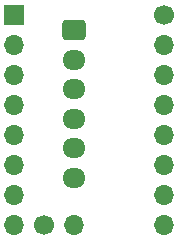
<source format=gbr>
%TF.GenerationSoftware,KiCad,Pcbnew,8.0.1*%
%TF.CreationDate,2024-05-19T22:49:14-04:00*%
%TF.ProjectId,stepstick-breakout,73746570-7374-4696-936b-2d627265616b,rev?*%
%TF.SameCoordinates,Original*%
%TF.FileFunction,Soldermask,Top*%
%TF.FilePolarity,Negative*%
%FSLAX46Y46*%
G04 Gerber Fmt 4.6, Leading zero omitted, Abs format (unit mm)*
G04 Created by KiCad (PCBNEW 8.0.1) date 2024-05-19 22:49:14*
%MOMM*%
%LPD*%
G01*
G04 APERTURE LIST*
G04 Aperture macros list*
%AMRoundRect*
0 Rectangle with rounded corners*
0 $1 Rounding radius*
0 $2 $3 $4 $5 $6 $7 $8 $9 X,Y pos of 4 corners*
0 Add a 4 corners polygon primitive as box body*
4,1,4,$2,$3,$4,$5,$6,$7,$8,$9,$2,$3,0*
0 Add four circle primitives for the rounded corners*
1,1,$1+$1,$2,$3*
1,1,$1+$1,$4,$5*
1,1,$1+$1,$6,$7*
1,1,$1+$1,$8,$9*
0 Add four rect primitives between the rounded corners*
20,1,$1+$1,$2,$3,$4,$5,0*
20,1,$1+$1,$4,$5,$6,$7,0*
20,1,$1+$1,$6,$7,$8,$9,0*
20,1,$1+$1,$8,$9,$2,$3,0*%
G04 Aperture macros list end*
%ADD10RoundRect,0.250000X-0.725000X0.600000X-0.725000X-0.600000X0.725000X-0.600000X0.725000X0.600000X0*%
%ADD11O,1.950000X1.700000*%
%ADD12C,1.700000*%
%ADD13O,1.700000X1.700000*%
%ADD14R,1.700000X1.700000*%
G04 APERTURE END LIST*
D10*
%TO.C,J3*%
X107950000Y-60960000D03*
D11*
X107950000Y-63460000D03*
X107950000Y-65960000D03*
X107950000Y-68460000D03*
X107950000Y-70960000D03*
X107950000Y-73460000D03*
%TD*%
D12*
%TO.C,J4*%
X105410000Y-77470000D03*
D13*
X107950000Y-77470000D03*
%TD*%
%TO.C,J2*%
X102870000Y-77470000D03*
X102870000Y-74930000D03*
X102870000Y-72390000D03*
X102870000Y-69850000D03*
X102870000Y-67310000D03*
X102870000Y-64770000D03*
X102870000Y-62230000D03*
D14*
X102870000Y-59690000D03*
%TD*%
D13*
%TO.C,J1*%
X115570000Y-77470000D03*
X115570000Y-74930000D03*
X115570000Y-72390000D03*
X115570000Y-69850000D03*
X115570000Y-67310000D03*
X115570000Y-64770000D03*
X115570000Y-62230000D03*
D12*
X115570000Y-59690000D03*
%TD*%
M02*

</source>
